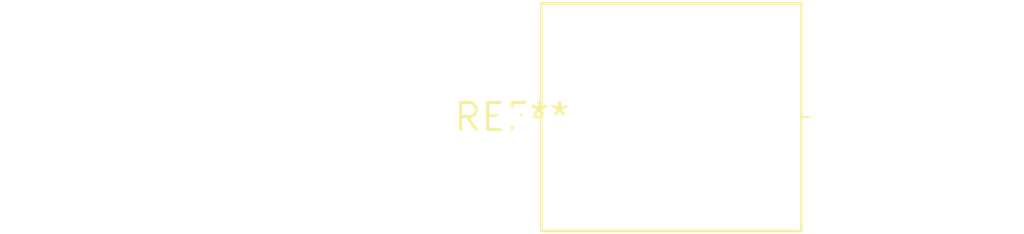
<source format=kicad_pcb>
(kicad_pcb (version 20240108) (generator pcbnew)
  (layers (0 "F.Cu" signal) (31 "B.Cu" signal) (34 "B.Paste" user) (35 "F.Paste" user) (36 "B.SilkS" user "B.Silkscreen") (37 "F.SilkS" user "F.Silkscreen") (38 "B.Mask" user) (39 "F.Mask" user) (44 "Edge.Cuts" user))
  (net 0 "")
  (footprint "C_Axial_L12.0mm_D10.5mm_P15.00mm_Horizontal" (layer "F.Cu") (at 0 0)
    (property "Reference" "REF**")
    (property "Value" "C_Axial_L12.0mm_D10.5mm_P15.00mm_Horizontal")
    (fp_line (start 1.04 0) (end 1.38 0) (layer "F.SilkS") (stroke (width 0.12)))
    (fp_line (start 1.38 -5.37) (end 1.38 5.37) (layer "F.SilkS") (stroke (width 0.12)))
    (fp_line (start 1.38 5.37) (end 13.62 5.37) (layer "F.SilkS") (stroke (width 0.12)))
    (fp_line (start 13.62 -5.37) (end 1.38 -5.37) (layer "F.SilkS") (stroke (width 0.12)))
    (fp_line (start 13.62 5.37) (end 13.62 -5.37) (layer "F.SilkS") (stroke (width 0.12)))
    (fp_line (start 13.96 0) (end 13.62 0) (layer "F.SilkS") (stroke (width 0.12)))
    (pad "1" thru_hole circle (at 0 0) (size 1.6 1.6) (drill 0.8) (layers *.Cu *.Mask) (remove_unused_layers))
    (pad "2" thru_hole oval (at 15 0) (size 1.6 1.6) (drill 0.8) (layers *.Cu *.Mask) (remove_unused_layers))
  )
)
</source>
